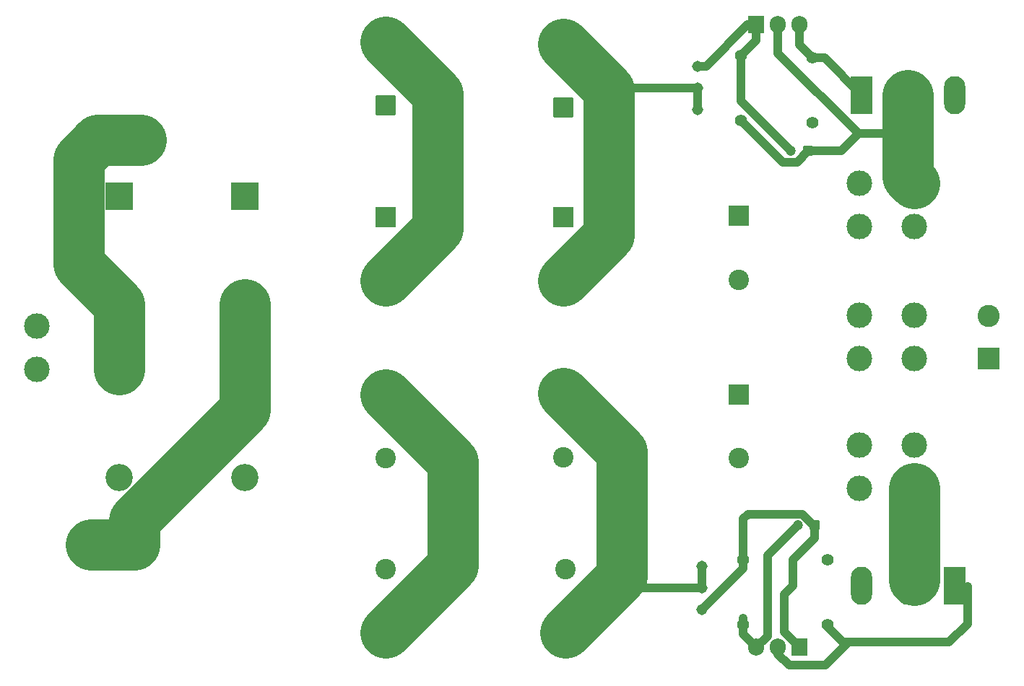
<source format=gbr>
%TF.GenerationSoftware,KiCad,Pcbnew,9.0.6*%
%TF.CreationDate,2025-11-16T15:46:06-05:00*%
%TF.ProjectId,power_supply,706f7765-725f-4737-9570-706c792e6b69,rev?*%
%TF.SameCoordinates,Original*%
%TF.FileFunction,Copper,L1,Top*%
%TF.FilePolarity,Positive*%
%FSLAX46Y46*%
G04 Gerber Fmt 4.6, Leading zero omitted, Abs format (unit mm)*
G04 Created by KiCad (PCBNEW 9.0.6) date 2025-11-16 15:46:06*
%MOMM*%
%LPD*%
G01*
G04 APERTURE LIST*
G04 Aperture macros list*
%AMRoundRect*
0 Rectangle with rounded corners*
0 $1 Rounding radius*
0 $2 $3 $4 $5 $6 $7 $8 $9 X,Y pos of 4 corners*
0 Add a 4 corners polygon primitive as box body*
4,1,4,$2,$3,$4,$5,$6,$7,$8,$9,$2,$3,0*
0 Add four circle primitives for the rounded corners*
1,1,$1+$1,$2,$3*
1,1,$1+$1,$4,$5*
1,1,$1+$1,$6,$7*
1,1,$1+$1,$8,$9*
0 Add four rect primitives between the rounded corners*
20,1,$1+$1,$2,$3,$4,$5,0*
20,1,$1+$1,$4,$5,$6,$7,0*
20,1,$1+$1,$6,$7,$8,$9,0*
20,1,$1+$1,$8,$9,$2,$3,0*%
G04 Aperture macros list end*
%TA.AperFunction,ComponentPad*%
%ADD10R,2.500000X4.500000*%
%TD*%
%TA.AperFunction,ComponentPad*%
%ADD11O,2.500000X4.500000*%
%TD*%
%TA.AperFunction,ComponentPad*%
%ADD12RoundRect,0.250001X0.949999X-0.949999X0.949999X0.949999X-0.949999X0.949999X-0.949999X-0.949999X0*%
%TD*%
%TA.AperFunction,ComponentPad*%
%ADD13C,2.400000*%
%TD*%
%TA.AperFunction,ComponentPad*%
%ADD14C,1.400000*%
%TD*%
%TA.AperFunction,ComponentPad*%
%ADD15C,3.000000*%
%TD*%
%TA.AperFunction,ComponentPad*%
%ADD16C,1.308000*%
%TD*%
%TA.AperFunction,ComponentPad*%
%ADD17R,2.400000X2.400000*%
%TD*%
%TA.AperFunction,ComponentPad*%
%ADD18R,3.200000X3.200000*%
%TD*%
%TA.AperFunction,ComponentPad*%
%ADD19O,3.200000X3.200000*%
%TD*%
%TA.AperFunction,ComponentPad*%
%ADD20RoundRect,0.250000X0.350000X0.350000X-0.350000X0.350000X-0.350000X-0.350000X0.350000X-0.350000X0*%
%TD*%
%TA.AperFunction,ComponentPad*%
%ADD21C,1.200000*%
%TD*%
%TA.AperFunction,ComponentPad*%
%ADD22R,1.905000X2.000000*%
%TD*%
%TA.AperFunction,ComponentPad*%
%ADD23O,1.905000X2.000000*%
%TD*%
%TA.AperFunction,ComponentPad*%
%ADD24R,2.600000X2.600000*%
%TD*%
%TA.AperFunction,ComponentPad*%
%ADD25C,2.600000*%
%TD*%
%TA.AperFunction,Conductor*%
%ADD26C,6.000000*%
%TD*%
%TA.AperFunction,Conductor*%
%ADD27C,1.000000*%
%TD*%
%TA.AperFunction,Conductor*%
%ADD28C,2.000000*%
%TD*%
G04 APERTURE END LIST*
D10*
%TO.P,Q2,1,B*%
%TO.N,Net-(Q2-B)*%
X180964000Y-115522000D03*
D11*
%TO.P,Q2,2,C*%
%TO.N,/V-*%
X175514000Y-115522000D03*
%TO.P,Q2,3,E*%
%TO.N,/UNREG-*%
X170064000Y-115522000D03*
%TD*%
D12*
%TO.P,C13,1*%
%TO.N,/UNREG+*%
X114300000Y-59182000D03*
D13*
%TO.P,C13,2*%
%TO.N,GND*%
X114300000Y-51682000D03*
%TD*%
D14*
%TO.P,R4,1*%
%TO.N,/V-*%
X156210000Y-120142000D03*
%TO.P,R4,2*%
%TO.N,Net-(U2-ADJ)*%
X156210000Y-112522000D03*
%TD*%
D15*
%TO.P,J5,1,1*%
%TO.N,/V-*%
X169772000Y-104140000D03*
%TO.P,J5,2,2*%
X169772000Y-99060000D03*
%TD*%
D14*
%TO.P,R3,1*%
%TO.N,/UNREG-*%
X166116000Y-112522000D03*
%TO.P,R3,2*%
%TO.N,Net-(Q2-B)*%
X166116000Y-120142000D03*
%TD*%
D16*
%TO.P,RV2,1,1*%
%TO.N,GND*%
X151384000Y-113284000D03*
%TO.P,RV2,2,2*%
X151384000Y-115824000D03*
%TO.P,RV2,3,3*%
%TO.N,Net-(U2-ADJ)*%
X151384000Y-118364000D03*
%TD*%
D17*
%TO.P,C2,1*%
%TO.N,GND*%
X114300000Y-93084000D03*
D13*
%TO.P,C2,2*%
%TO.N,/UNREG-*%
X114300000Y-100584000D03*
%TD*%
D14*
%TO.P,R2,1*%
%TO.N,Net-(U1-ADJ)*%
X155956000Y-53340000D03*
%TO.P,R2,2*%
%TO.N,/V+*%
X155956000Y-60960000D03*
%TD*%
D18*
%TO.P,D4,1,K*%
%TO.N,/AC1*%
X97790000Y-90170000D03*
D19*
%TO.P,D4,2,A*%
%TO.N,/UNREG-*%
X97790000Y-102870000D03*
%TD*%
D12*
%TO.P,C12,1*%
%TO.N,GND*%
X135382000Y-121079780D03*
D13*
%TO.P,C12,2*%
%TO.N,/UNREG-*%
X135382000Y-113579780D03*
%TD*%
D20*
%TO.P,C10,1*%
%TO.N,Net-(U2-ADJ)*%
X164592000Y-108458000D03*
D21*
%TO.P,C10,2*%
%TO.N,/V-*%
X162592000Y-108458000D03*
%TD*%
D17*
%TO.P,C5,1*%
%TO.N,/UNREG+*%
X135128000Y-72256000D03*
D13*
%TO.P,C5,2*%
%TO.N,GND*%
X135128000Y-79756000D03*
%TD*%
D15*
%TO.P,J3,1,1*%
%TO.N,GND*%
X176276000Y-88900000D03*
%TO.P,J3,2,2*%
X176276000Y-83820000D03*
%TD*%
D18*
%TO.P,D3,1,K*%
%TO.N,/UNREG+*%
X83058000Y-69850000D03*
D19*
%TO.P,D3,2,A*%
%TO.N,/AC2*%
X83058000Y-82550000D03*
%TD*%
D15*
%TO.P,J1,1,1*%
%TO.N,/AC1*%
X79756000Y-110744000D03*
%TO.P,J1,2,2*%
X84836000Y-110744000D03*
%TD*%
D22*
%TO.P,U2,1,ADJ*%
%TO.N,Net-(U2-ADJ)*%
X162814000Y-122748000D03*
D23*
%TO.P,U2,2,VI*%
%TO.N,Net-(Q2-B)*%
X160274000Y-122748000D03*
%TO.P,U2,3,VO*%
%TO.N,/V-*%
X157734000Y-122748000D03*
%TD*%
D10*
%TO.P,Q1,1,B*%
%TO.N,Net-(Q1-B)*%
X170064000Y-57960000D03*
D11*
%TO.P,Q1,2,C*%
%TO.N,/V+*%
X175514000Y-57960000D03*
%TO.P,Q1,3,E*%
%TO.N,/UNREG+*%
X180964000Y-57960000D03*
%TD*%
D22*
%TO.P,U1,1,ADJ*%
%TO.N,Net-(U1-ADJ)*%
X157734000Y-49718000D03*
D23*
%TO.P,U1,2,VO*%
%TO.N,/V+*%
X160274000Y-49718000D03*
%TO.P,U1,3,VI*%
%TO.N,Net-(Q1-B)*%
X162814000Y-49718000D03*
%TD*%
D14*
%TO.P,R1,1*%
%TO.N,/UNREG+*%
X164338000Y-61214000D03*
%TO.P,R1,2*%
%TO.N,Net-(Q1-B)*%
X164338000Y-53594000D03*
%TD*%
D12*
%TO.P,C11,1*%
%TO.N,/UNREG+*%
X135128000Y-59436000D03*
D13*
%TO.P,C11,2*%
%TO.N,GND*%
X135128000Y-51936000D03*
%TD*%
D17*
%TO.P,C8,1*%
%TO.N,GND*%
X155702000Y-93084000D03*
D13*
%TO.P,C8,2*%
%TO.N,/UNREG-*%
X155702000Y-100584000D03*
%TD*%
D17*
%TO.P,C7,1*%
%TO.N,/UNREG+*%
X155702000Y-72136000D03*
D13*
%TO.P,C7,2*%
%TO.N,GND*%
X155702000Y-79636000D03*
%TD*%
D17*
%TO.P,C1,1*%
%TO.N,/UNREG+*%
X114300000Y-72256000D03*
D13*
%TO.P,C1,2*%
%TO.N,GND*%
X114300000Y-79756000D03*
%TD*%
D24*
%TO.P,J7,1,Pin_1*%
%TO.N,GND*%
X184963000Y-88860000D03*
D25*
%TO.P,J7,2,Pin_2*%
X184963000Y-83860000D03*
%TD*%
D20*
%TO.P,C9,1*%
%TO.N,/V+*%
X163786600Y-64516000D03*
D21*
%TO.P,C9,2*%
%TO.N,Net-(U1-ADJ)*%
X161786600Y-64516000D03*
%TD*%
D15*
%TO.P,J6,1,1*%
%TO.N,/V+*%
X169772000Y-73406000D03*
%TO.P,J6,2,2*%
X169772000Y-68326000D03*
%TD*%
D12*
%TO.P,C14,1*%
%TO.N,GND*%
X114300000Y-121079780D03*
D13*
%TO.P,C14,2*%
%TO.N,/UNREG-*%
X114300000Y-113579780D03*
%TD*%
D15*
%TO.P,J4,1,1*%
%TO.N,/AC2*%
X80518000Y-63246000D03*
%TO.P,J4,2,2*%
X85598000Y-63246000D03*
%TD*%
D17*
%TO.P,C6,1*%
%TO.N,GND*%
X135128000Y-92964000D03*
D13*
%TO.P,C6,2*%
%TO.N,/UNREG-*%
X135128000Y-100464000D03*
%TD*%
D15*
%TO.P,J6,1,1*%
%TO.N,/V+*%
X176276000Y-73406000D03*
%TO.P,J6,2,2*%
X176276000Y-68326000D03*
%TD*%
D18*
%TO.P,D1,1,K*%
%TO.N,/UNREG+*%
X97790000Y-69850000D03*
D19*
%TO.P,D1,2,A*%
%TO.N,/AC1*%
X97790000Y-82550000D03*
%TD*%
D15*
%TO.P,J5,1,1*%
%TO.N,/V-*%
X176276000Y-104140000D03*
%TO.P,J5,2,2*%
X176276000Y-99060000D03*
%TD*%
%TO.P,J2,1,1*%
%TO.N,GND*%
X73406000Y-90170000D03*
%TO.P,J2,2,2*%
X73406000Y-85090000D03*
%TD*%
D18*
%TO.P,D2,1,K*%
%TO.N,/AC2*%
X83058000Y-90170000D03*
D19*
%TO.P,D2,2,A*%
%TO.N,/UNREG-*%
X83058000Y-102870000D03*
%TD*%
D15*
%TO.P,J3,1,1*%
%TO.N,GND*%
X169772000Y-88900000D03*
%TO.P,J3,2,2*%
X169772000Y-83820000D03*
%TD*%
D16*
%TO.P,RV1,1,1*%
%TO.N,Net-(U1-ADJ)*%
X150876000Y-54610000D03*
%TO.P,RV1,2,2*%
%TO.N,GND*%
X150876000Y-57150000D03*
%TO.P,RV1,3,3*%
X150876000Y-59690000D03*
%TD*%
D26*
%TO.N,GND*%
X140462000Y-57270000D02*
X135128000Y-51936000D01*
X135128000Y-92964000D02*
X141986000Y-99822000D01*
D27*
X151384000Y-115824000D02*
X151384000Y-113284000D01*
X150876000Y-57150000D02*
X150876000Y-59690000D01*
D26*
X135128000Y-79756000D02*
X140462000Y-74422000D01*
X114300000Y-51682000D02*
X120396000Y-57778000D01*
X122174000Y-113205780D02*
X122174000Y-100958000D01*
X120396000Y-73660000D02*
X114300000Y-79756000D01*
D27*
X140582000Y-57150000D02*
X140462000Y-57270000D01*
D28*
X184912000Y-88911000D02*
X184963000Y-88860000D01*
D26*
X114300000Y-121079780D02*
X122174000Y-113205780D01*
X141986000Y-99822000D02*
X141986000Y-114475780D01*
D27*
X151384000Y-115824000D02*
X143334220Y-115824000D01*
D26*
X120396000Y-57778000D02*
X120396000Y-73660000D01*
X140462000Y-74422000D02*
X140462000Y-57270000D01*
X141986000Y-114475780D02*
X135382000Y-121079780D01*
X122174000Y-100958000D02*
X114300000Y-93084000D01*
D27*
X143334220Y-115824000D02*
X141986000Y-114475780D01*
X150876000Y-57150000D02*
X140582000Y-57150000D01*
%TO.N,/V+*%
X169686000Y-62484000D02*
X176276000Y-62484000D01*
X160813000Y-65817000D02*
X162485600Y-65817000D01*
X162485600Y-65817000D02*
X163786600Y-64516000D01*
X163786600Y-64516000D02*
X167654000Y-64516000D01*
X155956000Y-60960000D02*
X160813000Y-65817000D01*
X167654000Y-64516000D02*
X169686000Y-62484000D01*
X160274000Y-49718000D02*
X160274000Y-53072000D01*
D26*
X175514000Y-67564000D02*
X176276000Y-68326000D01*
X175514000Y-57960000D02*
X175514000Y-67564000D01*
D27*
X160274000Y-53072000D02*
X169686000Y-62484000D01*
D26*
%TO.N,/V-*%
X176276000Y-104140000D02*
X176276000Y-114856000D01*
D27*
X159036000Y-121446000D02*
X159036000Y-112014000D01*
X159036000Y-112014000D02*
X162592000Y-108458000D01*
X156210000Y-119380000D02*
X156210000Y-121224000D01*
X156210000Y-121224000D02*
X157734000Y-122748000D01*
X157734000Y-122748000D02*
X159036000Y-121446000D01*
D26*
%TO.N,/AC1*%
X84836000Y-107881640D02*
X97790000Y-94927640D01*
X97790000Y-90170000D02*
X97790000Y-94927640D01*
X84836000Y-110744000D02*
X84836000Y-107881640D01*
X97790000Y-90170000D02*
X97790000Y-82550000D01*
X79756000Y-110744000D02*
X84836000Y-110744000D01*
%TO.N,/AC2*%
X83058000Y-82550000D02*
X78257000Y-77749000D01*
X80518000Y-63246000D02*
X85598000Y-63246000D01*
X83058000Y-90170000D02*
X83058000Y-82550000D01*
X78257000Y-65507000D02*
X80518000Y-63246000D01*
X78257000Y-77749000D02*
X78257000Y-65507000D01*
D27*
%TO.N,Net-(Q1-B)*%
X165698000Y-53594000D02*
X170064000Y-57960000D01*
X162814000Y-52070000D02*
X164338000Y-53594000D01*
X162814000Y-49718000D02*
X162814000Y-52070000D01*
X164338000Y-53594000D02*
X165698000Y-53594000D01*
%TO.N,Net-(Q2-B)*%
X168537500Y-122174000D02*
X180340000Y-122174000D01*
X166116000Y-120142000D02*
X166116000Y-120396000D01*
X165811250Y-124900250D02*
X168537500Y-122174000D01*
X160274000Y-123562500D02*
X161611750Y-124900250D01*
X161611750Y-124900250D02*
X165811250Y-124900250D01*
X180340000Y-122174000D02*
X182488000Y-120026000D01*
X167894000Y-122174000D02*
X168537500Y-122174000D01*
X182488000Y-120026000D02*
X182488000Y-115618000D01*
X160274000Y-122748000D02*
X160274000Y-123562500D01*
X166116000Y-120396000D02*
X167894000Y-122174000D01*
%TO.N,Net-(U1-ADJ)*%
X157734000Y-49718000D02*
X157734000Y-51562000D01*
X155956000Y-58685400D02*
X155956000Y-53340000D01*
X161786600Y-64516000D02*
X155956000Y-58685400D01*
X150876000Y-54610000D02*
X151826000Y-54610000D01*
X157734000Y-51562000D02*
X155956000Y-53340000D01*
X151826000Y-54610000D02*
X156718000Y-49718000D01*
X156718000Y-49718000D02*
X157734000Y-49718000D01*
%TO.N,Net-(U2-ADJ)*%
X161036000Y-116586000D02*
X161036000Y-120970000D01*
X161036000Y-120970000D02*
X162814000Y-122748000D01*
X156749000Y-107157000D02*
X163130892Y-107157000D01*
X156210000Y-107696000D02*
X156749000Y-107157000D01*
X151384000Y-118364000D02*
X156210000Y-113538000D01*
X164592000Y-109982000D02*
X162052000Y-112522000D01*
X156210000Y-113538000D02*
X156210000Y-107696000D01*
X162052000Y-112522000D02*
X162052000Y-115570000D01*
X162052000Y-115570000D02*
X161036000Y-116586000D01*
X164592000Y-108618108D02*
X164592000Y-109982000D01*
X163130892Y-107157000D02*
X164592000Y-108618108D01*
%TD*%
M02*

</source>
